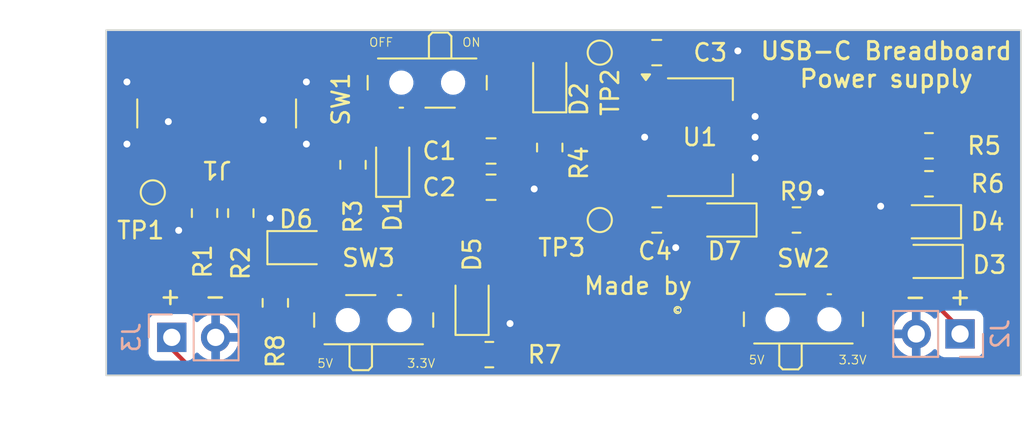
<source format=kicad_pcb>
(kicad_pcb (version 20221018) (generator pcbnew)
  (layers (0 "F.Cu" signal) (31 "B.Cu" power) (34 "B.Paste" user) (35 "F.Paste" user) (36 "B.SilkS" user "B.Silkscreen") (37 "F.SilkS" user "F.Silkscreen") (38 "B.Mask" user) (39 "F.Mask" user) (44 "Edge.Cuts" user))
  (net 0 "")
  (net 1 "+5V")
  (net 2 "GND")
  (net 3 "+3.3V")
  (net 4 "/PWRLED_RES")
  (net 5 "/VBUS_OUT")
  (net 6 "/5VLED_RES")
  (net 7 "/3.3LED_RES_1")
  (net 8 "/5LED_RES_1")
  (net 9 "/3.3LED_RES")
  (net 10 "/5LED_RES")
  (net 11 "/CC1_RES")
  (net 12 "/CC2_RES")
  (net 13 "/VOUT_1")
  (net 14 "/VOUT")
  (net 15 "/3.3LED_Reg")
  (footprint "Button_Switch_SMD:SW_SPDT_PCM12" (layer "F.Cu") (at 115.5 86.47)
    (fp_text reference "SW3" (at -0.3 -3.27) (layer "F.SilkS"))
    (fp_text value "SW_SPDT")
    (fp_line (start -3.45 -0.07) (end -3.45 0.72) (stroke (width 0.12)) (layer "F.SilkS"))
    (fp_line (start -2.85 1.73) (end 2.85 1.73) (stroke (width 0.12)) (layer "F.SilkS"))
    (fp_line (start -1.6 -1.12) (end 0.1 -1.12) (stroke (width 0.12)) (layer "F.SilkS"))
    (fp_line (start -1.4 1.73) (end -1.4 3.02) (stroke (width 0.12)) (layer "F.SilkS"))
    (fp_line (start -1.4 3.02) (end -1.2 3.23) (stroke (width 0.12)) (layer "F.SilkS"))
    (fp_line (start -1.2 3.23) (end -0.3 3.23) (stroke (width 0.12)) (layer "F.SilkS"))
    (fp_line (start -0.1 3.02) (end -0.3 3.23) (stroke (width 0.12)) (layer "F.SilkS"))
    (fp_line (start -0.1 3.02) (end -0.1 1.73) (stroke (width 0.12)) (layer "F.SilkS"))
    (fp_line (start 1.4 -1.12) (end 1.6 -1.12) (stroke (width 0.12)) (layer "F.SilkS"))
    (fp_line (start 3.45 0.72) (end 3.45 -0.07) (stroke (width 0.12)) (layer "F.SilkS"))
    (pad "" smd rect (at -3.65 -0.78) (size 1 0.8) (layers "F.Cu" "F.Paste" "F.Mask"))
    (pad "" smd rect (at -3.65 1.43) (size 1 0.8) (layers "F.Cu" "F.Paste" "F.Mask"))
    (pad "" np_thru_hole circle (at -1.5 0.33) (size 0.9 0.9) (drill 0.9) (layers "*.Cu" "*.Mask"))
    (pad "" np_thru_hole circle (at 1.5 0.33) (size 0.9 0.9) (drill 0.9) (layers "*.Cu" "*.Mask"))
    (pad "" smd rect (at 3.65 -0.78) (size 1 0.8) (layers "F.Cu" "F.Paste" "F.Mask"))
    (pad "" smd rect (at 3.65 1.43) (size 1 0.8) (layers "F.Cu" "F.Paste" "F.Mask"))
    (pad "1" smd rect (at -2.25 -1.43) (size 0.7 1.5) (layers "F.Cu" "F.Paste" "F.Mask") (net 1 "+5V"))
    (pad "2" smd rect (at 0.75 -1.43) (size 0.7 1.5) (layers "F.Cu" "F.Paste" "F.Mask") (net 14 "/VOUT"))
    (pad "3" smd rect (at 2.25 -1.43) (size 0.7 1.5) (layers "F.Cu" "F.Paste" "F.Mask") (net 3 "+3.3V"))
  )
  (footprint "Resistor_SMD:R_0805_2012Metric_Pad1.20x1.40mm_HandSolder" (layer "F.Cu") (at 109.8 85.8 -90)
    (fp_text reference "R8" (at 2.8 0 90) (layer "F.SilkS"))
    (fp_text value "1K")
    (fp_line (start -0.227064 -0.735) (end 0.227064 -0.735) (stroke (width 0.12)) (layer "F.SilkS"))
    (fp_line (start -0.227064 0.735) (end 0.227064 0.735) (stroke (width 0.12)) (layer "F.SilkS"))
    (pad "1" smd roundrect (at -1 0 270) (size 1.2 1.4) (layers "F.Cu" "F.Paste" "F.Mask") (roundrect_rratio 0.208333) (net 10 "/5LED_RES"))
    (pad "2" smd roundrect (at 1 0 270) (size 1.2 1.4) (layers "F.Cu" "F.Paste" "F.Mask") (roundrect_rratio 0.208333) (net 2 "GND"))
  )
  (footprint "Resistor_SMD:R_0805_2012Metric_Pad1.20x1.40mm_HandSolder" (layer "F.Cu") (at 114.3 77.8 90)
    (fp_text reference "R3" (at -3 0 90) (layer "F.SilkS"))
    (fp_text value "1K")
    (fp_line (start -0.227064 -0.735) (end 0.227064 -0.735) (stroke (width 0.12)) (layer "F.SilkS"))
    (fp_line (start -0.227064 0.735) (end 0.227064 0.735) (stroke (width 0.12)) (layer "F.SilkS"))
    (pad "1" smd roundrect (at -1 0 90) (size 1.2 1.4) (layers "F.Cu" "F.Paste" "F.Mask") (roundrect_rratio 0.208333) (net 4 "/PWRLED_RES"))
    (pad "2" smd roundrect (at 1 0 90) (size 1.2 1.4) (layers "F.Cu" "F.Paste" "F.Mask") (roundrect_rratio 0.208333) (net 2 "GND"))
  )
  (footprint "Connector_USB:USB_C_Receptacle_GCT_USB4135-GF-A_6P_TopMnt_Horizontal" (layer "F.Cu") (at 106.4 73.6 180)
    (fp_text reference "J1" (at 0 -4.5 180 unlocked) (layer "F.SilkS"))
    (fp_text value "USB_C_Receptacle_PowerOnly_6P")
    (fp_line (start -4.6 -2.04) (end -4.6 -0.41) (stroke (width 0.12)) (layer "F.SilkS"))
    (fp_line (start 4.6 -2.04) (end 4.6 -0.41) (stroke (width 0.12)) (layer "F.SilkS"))
    (pad "A5" smd roundrect (at -0.5 -3.0325 180) (size 0.7 1.2) (layers "F.Cu" "F.Paste" "F.Mask") (net 11 "/CC1_RES"))
    (pad "A9" smd roundrect (at 1.52 -3.0325) (size 0.76 1.2) (layers "F.Cu" "F.Paste" "F.Mask") (net 5 "/VBUS_OUT"))
    (pad "A12" smd roundrect (at 2.75 -3.0325) (size 0.8 1.2) (layers "F.Cu" "F.Paste" "F.Mask") (net 2 "GND"))
    (pad "B5" smd roundrect (at 0.5 -3.0325) (size 0.7 1.2) (layers "F.Cu" "F.Paste" "F.Mask") (net 12 "/CC2_RES"))
    (pad "B9" smd roundrect (at -1.52 -3.0325 180) (size 0.76 1.2) (layers "F.Cu" "F.Paste" "F.Mask") (net 5 "/VBUS_OUT"))
    (pad "B12" smd roundrect (at -2.75 -3.0325 180) (size 0.8 1.2) (layers "F.Cu" "F.Paste" "F.Mask") (net 2 "GND"))
    (pad "S1" smd roundrect (at -5.125 -2.9775 180) (size 1.8 1.35) (layers "F.Cu" "F.Paste" "F.Mask") (roundrect_rratio 0.1851851852) (net 2 "GND"))
    (pad "S1" smd roundrect (at -5.125 0.6025 180) (size 1.8 1.5) (layers "F.Cu" "F.Paste" "F.Mask") (roundrect_rratio 0.1666666667) (net 2 "GND"))
    (pad "S1" smd roundrect (at 5.125 -2.9775 180) (size 1.8 1.35) (layers "F.Cu" "F.Paste" "F.Mask") (roundrect_rratio 0.1851851852) (net 2 "GND"))
    (pad "S1" smd roundrect (at 5.125 0.6025 180) (size 1.8 1.5) (layers "F.Cu" "F.Paste" "F.Mask") (roundrect_rratio 0.1666666667) (net 2 "GND"))
  )
  (footprint "Package_TO_SOT_SMD:SOT-223-3_TabPin2" (layer "F.Cu") (at 134.4 76.2)
    (fp_text reference "U1" (at 0 0) (layer "F.SilkS"))
    (fp_text value "AP7361C-33E")
    (fp_line (start -1.85 -3.41) (end 1.91 -3.41) (stroke (width 0.12)) (layer "F.SilkS"))
    (fp_line (start -1.85 3.41) (end 1.91 3.41) (stroke (width 0.12)) (layer "F.SilkS"))
    (fp_line (start 1.91 -3.41) (end 1.91 -2.15) (stroke (width 0.12)) (layer "F.SilkS"))
    (fp_line (start 1.91 3.41) (end 1.91 2.15) (stroke (width 0.12)) (layer "F.SilkS"))
    (fp_poly (pts (xy -3.13 -3.31) (xy -3.37 -3.64) (xy -2.89 -3.64) (xy -3.13 -3.31)) (stroke (width 0.12)) (fill solid) (layer "F.SilkS"))
    (pad "1" smd roundrect (at -3.15 -2.3) (size 2 1.5) (layers "F.Cu" "F.Paste" "F.Mask") (net 1 "+5V"))
    (pad "2" smd roundrect (at -3.15 0) (size 2 1.5) (layers "F.Cu" "F.Paste" "F.Mask") (net 2 "GND"))
    (pad "2" smd roundrect (at 3.15 0) (size 2 3.8) (layers "F.Cu" "F.Paste" "F.Mask") (net 2 "GND"))
    (pad "3" smd roundrect (at -3.15 2.3) (size 2 1.5) (layers "F.Cu" "F.Paste" "F.Mask") (net 3 "+3.3V"))
  )
  (footprint "Capacitor_SMD:C_0805_2012Metric_Pad1.18x1.45mm_HandSolder" (layer "F.Cu") (at 131.9 71.3)
    (fp_text reference "C3" (at 3.1 0) (layer "F.SilkS"))
    (fp_text value "1uF")
    (fp_line (start -0.261252 -0.735) (end 0.261252 -0.735) (stroke (width 0.12)) (layer "F.SilkS"))
    (fp_line (start -0.261252 0.735) (end 0.261252 0.735) (stroke (width 0.12)) (layer "F.SilkS"))
    (pad "1" smd roundrect (at -1.0375 0) (size 1.175 1.45) (layers "F.Cu" "F.Paste" "F.Mask") (roundrect_rratio 0.212766) (net 1 "+5V"))
    (pad "2" smd roundrect (at 1.0375 0) (size 1.175 1.45) (layers "F.Cu" "F.Paste" "F.Mask") (roundrect_rratio 0.212766) (net 2 "GND"))
  )
  (footprint "Resistor_SMD:R_0805_2012Metric_Pad1.20x1.40mm_HandSolder" (layer "F.Cu") (at 122.2 88.8)
    (fp_text reference "R7" (at 3.2 0) (layer "F.SilkS"))
    (fp_text value "100")
    (fp_line (start -0.227064 -0.735) (end 0.227064 -0.735) (stroke (width 0.12)) (layer "F.SilkS"))
    (fp_line (start -0.227064 0.735) (end 0.227064 0.735) (stroke (width 0.12)) (layer "F.SilkS"))
    (pad "1" smd roundrect (at -1 0) (size 1.2 1.4) (layers "F.Cu" "F.Paste" "F.Mask") (roundrect_rratio 0.208333) (net 9 "/3.3LED_RES"))
    (pad "2" smd roundrect (at 1 0) (size 1.2 1.4) (layers "F.Cu" "F.Paste" "F.Mask") (roundrect_rratio 0.208333) (net 2 "GND"))
  )
  (footprint "LED_SMD:LED_0805_2012Metric_Pad1.15x1.40mm_HandSolder" (layer "F.Cu") (at 111.2 82.6)
    (fp_text reference "D6" (at -0.2 -1.65) (layer "F.SilkS"))
    (fp_text value "5V OUTPUT")
    (fp_line (start -1.86 -0.96) (end -1.86 0.96) (stroke (width 0.12)) (layer "F.SilkS"))
    (fp_line (start -1.86 0.96) (end 1 0.96) (stroke (width 0.12)) (layer "F.SilkS"))
    (fp_line (start 1 -0.96) (end -1.86 -0.96) (stroke (width 0.12)) (layer "F.SilkS"))
    (pad "1" smd roundrect (at -1.025 0) (size 1.15 1.4) (layers "F.Cu" "F.Paste" "F.Mask") (roundrect_rratio 0.217391) (net 10 "/5LED_RES"))
    (pad "2" smd roundrect (at 1.025 0) (size 1.15 1.4) (layers "F.Cu" "F.Paste" "F.Mask") (roundrect_rratio 0.217391) (net 1 "+5V"))
  )
  (footprint "LED_SMD:LED_0805_2012Metric_Pad1.15x1.40mm_HandSolder" (layer "F.Cu") (at 147.675 81.1 180)
    (fp_text reference "D4" (at -3.4 0) (layer "F.SilkS"))
    (fp_text value "5V OUTPUT")
    (fp_line (start -1.86 -0.96) (end -1.86 0.96) (stroke (width 0.12)) (layer "F.SilkS"))
    (fp_line (start -1.86 0.96) (end 1 0.96) (stroke (width 0.12)) (layer "F.SilkS"))
    (fp_line (start 1 -0.96) (end -1.86 -0.96) (stroke (width 0.12)) (layer "F.SilkS"))
    (pad "1" smd roundrect (at -1.025 0 180) (size 1.15 1.4) (layers "F.Cu" "F.Paste" "F.Mask") (roundrect_rratio 0.217391) (net 8 "/5LED_RES_1"))
    (pad "2" smd roundrect (at 1.025 0 180) (size 1.15 1.4) (layers "F.Cu" "F.Paste" "F.Mask") (roundrect_rratio 0.217391) (net 1 "+5V"))
  )
  (footprint "LED_SMD:LED_0805_2012Metric_Pad1.15x1.40mm_HandSolder" (layer "F.Cu") (at 135.825 81 180)
    (fp_text reference "D7" (at 0 -1.8) (layer "F.SilkS"))
    (fp_text value "3.3V OUTPUT")
    (fp_line (start -1.86 -0.96) (end -1.86 0.96) (stroke (width 0.12)) (layer "F.SilkS"))
    (fp_line (start -1.86 0.96) (end 1 0.96) (stroke (width 0.12)) (layer "F.SilkS"))
    (fp_line (start 1 -0.96) (end -1.86 -0.96) (stroke (width 0.12)) (layer "F.SilkS"))
    (pad "1" smd roundrect (at -1.025 0 180) (size 1.15 1.4) (layers "F.Cu" "F.Paste" "F.Mask") (roundrect_rratio 0.217391) (net 15 "/3.3LED_Reg"))
    (pad "2" smd roundrect (at 1.025 0 180) (size 1.15 1.4) (layers "F.Cu" "F.Paste" "F.Mask") (roundrect_rratio 0.217391) (net 3 "+3.3V"))
  )
  (footprint "LED_SMD:LED_0805_2012Metric_Pad1.15x1.40mm_HandSolder" (layer "F.Cu") (at 121.2 85.8 90)
    (fp_text reference "D5" (at 2.8 0 90) (layer "F.SilkS"))
    (fp_text value "3.3V OUTPUT")
    (fp_line (start -1.86 -0.96) (end -1.86 0.96) (stroke (width 0.12)) (layer "F.SilkS"))
    (fp_line (start -1.86 0.96) (end 1 0.96) (stroke (width 0.12)) (layer "F.SilkS"))
    (fp_line (start 1 -0.96) (end -1.86 -0.96) (stroke (width 0.12)) (layer "F.SilkS"))
    (pad "1" smd roundrect (at -1.025 0 90) (size 1.15 1.4) (layers "F.Cu" "F.Paste" "F.Mask") (roundrect_rratio 0.217391) (net 9 "/3.3LED_RES"))
    (pad "2" smd roundrect (at 1.025 0 90) (size 1.15 1.4) (layers "F.Cu" "F.Paste" "F.Mask") (roundrect_rratio 0.217391) (net 3 "+3.3V"))
  )
  (footprint "Button_Switch_SMD:SW_SPDT_PCM12" (layer "F.Cu") (at 140.4 86.425)
    (fp_text reference "SW2" (at 0 -3.2) (layer "F.SilkS"))
    (fp_text value "SW_SPDT")
    (fp_line (start -3.45 -0.07) (end -3.45 0.72) (stroke (width 0.12)) (layer "F.SilkS"))
    (fp_line (start -2.85 1.73) (end 2.85 1.73) (stroke (width 0.12)) (layer "F.SilkS"))
    (fp_line (start -1.6 -1.12) (end 0.1 -1.12) (stroke (width 0.12)) (layer "F.SilkS"))
    (fp_line (start -1.4 1.73) (end -1.4 3.02) (stroke (width 0.12)) (layer "F.SilkS"))
    (fp_line (start -1.4 3.02) (end -1.2 3.23) (stroke (width 0.12)) (layer "F.SilkS"))
    (fp_line (start -1.2 3.23) (end -0.3 3.23) (stroke (width 0.12)) (layer "F.SilkS"))
    (fp_line (start -0.1 3.02) (end -0.3 3.23) (stroke (width 0.12)) (layer "F.SilkS"))
    (fp_line (start -0.1 3.02) (end -0.1 1.73) (stroke (width 0.12)) (layer "F.SilkS"))
    (fp_line (start 1.4 -1.12) (end 1.6 -1.12) (stroke (width 0.12)) (layer "F.SilkS"))
    (fp_line (start 3.45 0.72) (end 3.45 -0.07) (stroke (width 0.12)) (layer "F.SilkS"))
    (pad "" smd rect (at -3.65 -0.78) (size 1 0.8) (layers "F.Cu" "F.Paste" "F.Mask"))
    (pad "" smd rect (at -3.65 1.43) (size 1 0.8) (layers "F.Cu" "F.Paste" "F.Mask"))
    (pad "" np_thru_hole circle (at -1.5 0.33) (size 0.9 0.9) (drill 0.9) (layers "*.Cu" "*.Mask"))
    (pad "" np_thru_hole circle (at 1.5 0.33) (size 0.9 0.9) (drill 0.9) (layers "*.Cu" "*.Mask"))
    (pad "" smd rect (at 3.65 -0.78) (size 1 0.8) (layers "F.Cu" "F.Paste" "F.Mask"))
    (pad "" smd rect (at 3.65 1.43) (size 1 0.8) (layers "F.Cu" "F.Paste" "F.Mask"))
    (pad "1" smd rect (at -2.25 -1.43) (size 0.7 1.5) (layers "F.Cu" "F.Paste" "F.Mask") (net 1 "+5V"))
    (pad "2" smd rect (at 0.75 -1.43) (size 0.7 1.5) (layers "F.Cu" "F.Paste" "F.Mask") (net 13 "/VOUT_1"))
    (pad "3" smd rect (at 2.25 -1.43) (size 0.7 1.5) (layers "F.Cu" "F.Paste" "F.Mask") (net 3 "+3.3V"))
  )
  (footprint "Resistor_SMD:R_0805_2012Metric_Pad1.20x1.40mm_HandSolder" (layer "F.Cu") (at 140 81)
    (fp_text reference "R9" (at 0 -1.65) (layer "F.SilkS"))
    (fp_text value "1K")
    (fp_line (start -0.227064 -0.735) (end 0.227064 -0.735) (stroke (width 0.12)) (layer "F.SilkS"))
    (fp_line (start -0.227064 0.735) (end 0.227064 0.735) (stroke (width 0.12)) (layer "F.SilkS"))
    (pad "1" smd roundrect (at -1 0) (size 1.2 1.4) (layers "F.Cu" "F.Paste" "F.Mask") (roundrect_rratio 0.208333) (net 15 "/3.3LED_Reg"))
    (pad "2" smd roundrect (at 1 0) (size 1.2 1.4) (layers "F.Cu" "F.Paste" "F.Mask") (roundrect_rratio 0.208333) (net 2 "GND"))
  )
  (footprint "Resistor_SMD:R_0805_2012Metric_Pad1.20x1.40mm_HandSolder" (layer "F.Cu") (at 147.675 78.9 180)
    (fp_text reference "R6" (at -3.4 0) (layer "F.SilkS"))
    (fp_text value "1K")
    (fp_line (start -0.227064 -0.735) (end 0.227064 -0.735) (stroke (width 0.12)) (layer "F.SilkS"))
    (fp_line (start -0.227064 0.735) (end 0.227064 0.735) (stroke (width 0.12)) (layer "F.SilkS"))
    (pad "1" smd roundrect (at -1 0 180) (size 1.2 1.4) (layers "F.Cu" "F.Paste" "F.Mask") (roundrect_rratio 0.208333) (net 8 "/5LED_RES_1"))
    (pad "2" smd roundrect (at 1 0 180) (size 1.2 1.4) (layers "F.Cu" "F.Paste" "F.Mask") (roundrect_rratio 0.208333) (net 2 "GND"))
  )
  (footprint "Capacitor_SMD:C_0805_2012Metric_Pad1.18x1.45mm_HandSolder" (layer "F.Cu") (at 122.3 77)
    (fp_text reference "C1" (at -3 0) (layer "F.SilkS"))
    (fp_text value "1uF")
    (fp_line (start -0.261252 -0.735) (end 0.261252 -0.735) (stroke (width 0.12)) (layer "F.SilkS"))
    (fp_line (start -0.261252 0.735) (end 0.261252 0.735) (stroke (width 0.12)) (layer "F.SilkS"))
    (pad "1" smd roundrect (at -1.0375 0) (size 1.175 1.45) (layers "F.Cu" "F.Paste" "F.Mask") (roundrect_rratio 0.212766) (net 1 "+5V"))
    (pad "2" smd roundrect (at 1.0375 0) (size 1.175 1.45) (layers "F.Cu" "F.Paste" "F.Mask") (roundrect_rratio 0.212766) (net 2 "GND"))
  )
  (footprint "LED_SMD:LED_0805_2012Metric_Pad1.15x1.40mm_HandSolder" (layer "F.Cu") (at 116.6 77.8 90)
    (fp_text reference "D1" (at -2.9 0 90) (layer "F.SilkS"))
    (fp_text value "PWR CONNECTED")
    (fp_line (start -1.86 -0.96) (end -1.86 0.96) (stroke (width 0.12)) (layer "F.SilkS"))
    (fp_line (start -1.86 0.96) (end 1 0.96) (stroke (width 0.12)) (layer "F.SilkS"))
    (fp_line (start 1 -0.96) (end -1.86 -0.96) (stroke (width 0.12)) (layer "F.SilkS"))
    (pad "1" smd roundrect (at -1.025 0 90) (size 1.15 1.4) (layers "F.Cu" "F.Paste" "F.Mask") (roundrect_rratio 0.217391) (net 4 "/PWRLED_RES"))
    (pad "2" smd roundrect (at 1.025 0 90) (size 1.15 1.4) (layers "F.Cu" "F.Paste" "F.Mask") (roundrect_rratio 0.217391) (net 5 "/VBUS_OUT"))
  )
  (footprint "Resistor_SMD:R_0805_2012Metric_Pad1.20x1.40mm_HandSolder" (layer "F.Cu") (at 147.675 76.7 180)
    (fp_text reference "R5" (at -3.2 0) (layer "F.SilkS"))
    (fp_text value "100")
    (fp_line (start -0.227064 -0.735) (end 0.227064 -0.735) (stroke (width 0.12)) (layer "F.SilkS"))
    (fp_line (start -0.227064 0.735) (end 0.227064 0.735) (stroke (width 0.12)) (layer "F.SilkS"))
    (pad "1" smd roundrect (at -1 0 180) (size 1.2 1.4) (layers "F.Cu" "F.Paste" "F.Mask") (roundrect_rratio 0.208333) (net 7 "/3.3LED_RES_1"))
    (pad "2" smd roundrect (at 1 0 180) (size 1.2 1.4) (layers "F.Cu" "F.Paste" "F.Mask") (roundrect_rratio 0.208333) (net 2 "GND"))
  )
  (footprint "LED_SMD:LED_0805_2012Metric_Pad1.15x1.40mm_HandSolder" (layer "F.Cu") (at 125.7 72.9 90)
    (fp_text reference "D2" (at -1.1 1.7 90) (layer "F.SilkS"))
    (fp_text value "5V OUTPUT")
    (fp_line (start -1.86 -0.96) (end -1.86 0.96) (stroke (width 0.12)) (layer "F.SilkS"))
    (fp_line (start -1.86 0.96) (end 1 0.96) (stroke (width 0.12)) (layer "F.SilkS"))
    (fp_line (start 1 -0.96) (end -1.86 -0.96) (stroke (width 0.12)) (layer "F.SilkS"))
    (pad "1" smd roundrect (at -1.025 0 90) (size 1.15 1.4) (layers "F.Cu" "F.Paste" "F.Mask") (roundrect_rratio 0.217391) (net 6 "/5VLED_RES"))
    (pad "2" smd roundrect (at 1.025 0 90) (size 1.15 1.4) (layers "F.Cu" "F.Paste" "F.Mask") (roundrect_rratio 0.217391) (net 1 "+5V"))
  )
  (footprint "Resistor_SMD:R_0805_2012Metric_Pad1.20x1.40mm_HandSolder" (layer "F.Cu") (at 107.8 80.6 -90)
    (fp_text reference "R2" (at 2.9 0 90) (layer "F.SilkS"))
    (fp_text value "5K1")
    (fp_line (start -0.227064 -0.735) (end 0.227064 -0.735) (stroke (width 0.12)) (layer "F.SilkS"))
    (fp_line (start -0.227064 0.735) (end 0.227064 0.735) (stroke (width 0.12)) (layer "F.SilkS"))
    (pad "1" smd roundrect (at -1 0 270) (size 1.2 1.4) (layers "F.Cu" "F.Paste" "F.Mask") (roundrect_rratio 0.208333) (net 11 "/CC1_RES"))
    (pad "2" smd roundrect (at 1 0 270) (size 1.2 1.4) (layers "F.Cu" "F.Paste" "F.Mask") (roundrect_rratio 0.208333) (net 2 "GND"))
  )
  (footprint "Capacitor_SMD:C_0805_2012Metric_Pad1.18x1.45mm_HandSolder" (layer "F.Cu") (at 131.9 81)
    (fp_text reference "C4" (at -0.1 1.8) (layer "F.SilkS"))
    (fp_text value "1uF")
    (fp_line (start -0.261252 -0.735) (end 0.261252 -0.735) (stroke (width 0.12)) (layer "F.SilkS"))
    (fp_line (start -0.261252 0.735) (end 0.261252 0.735) (stroke (width 0.12)) (layer "F.SilkS"))
    (pad "1" smd roundrect (at -1.0375 0) (size 1.175 1.45) (layers "F.Cu" "F.Paste" "F.Mask") (roundrect_rratio 0.212766) (net 3 "+3.3V"))
    (pad "2" smd roundrect (at 1.0375 0) (size 1.175 1.45) (layers "F.Cu" "F.Paste" "F.Mask") (roundrect_rratio 0.212766) (net 2 "GND"))
  )
  (footprint "Resistor_SMD:R_0805_2012Metric_Pad1.20x1.40mm_HandSolder" (layer "F.Cu") (at 125.7 76.8 -90)
    (fp_text reference "R4" (at 0.9 -1.7 90) (layer "F.SilkS"))
    (fp_text value "100")
    (fp_line (start -0.227064 -0.735) (end 0.227064 -0.735) (stroke (width 0.12)) (layer "F.SilkS"))
    (fp_line (start -0.227064 0.735) (end 0.227064 0.735) (stroke (width 0.12)) (layer "F.SilkS"))
    (pad "1" smd roundrect (at -1 0 270) (size 1.2 1.4) (layers "F.Cu" "F.Paste" "F.Mask") (roundrect_rratio 0.208333) (net 6 "/5VLED_RES"))
    (pad "2" smd roundrect (at 1 0 270) (size 1.2 1.4) (layers "F.Cu" "F.Paste" "F.Mask") (roundrect_rratio 0.208333) (net 2 "GND"))
  )
  (footprint "Resistor_SMD:R_0805_2012Metric_Pad1.20x1.40mm_HandSolder" (layer "F.Cu") (at 105.7 80.6 -90)
    (fp_text reference "R1" (at 2.8 0.1 90) (layer "F.SilkS"))
    (fp_text value "5K1")
    (fp_line (start -0.227064 -0.735) (end 0.227064 -0.735) (stroke (width 0.12)) (layer "F.SilkS"))
    (fp_line (start -0.227064 0.735) (end 0.227064 0.735) (stroke (width 0.12)) (layer "F.SilkS"))
    (pad "1" smd roundrect (at -1 0 270) (size 1.2 1.4) (layers "F.Cu" "F.Paste" "F.Mask") (roundrect_rratio 0.208333) (net 12 "/CC2_RES"))
    (pad "2" smd roundrect (at 1 0 270) (size 1.2 1.4) (layers "F.Cu" "F.Paste" "F.Mask") (roundrect_rratio 0.208333) (net 2 "GND"))
  )
  (footprint "TestPoint:TestPoint_Pad_D1.0mm" (layer "F.Cu") (at 102.7 79.4)
    (fp_text reference "TP1" (at -0.7 2.2) (layer "F.SilkS"))
    (fp_text value "TestPoint")
    (fp_circle (center 0 0) (end 0 0.7) (stroke (width 0.12)) (fill none) (layer "F.SilkS"))
    (pad "1" smd circle (at 0 0) (size 1 1) (layers "F.Cu" "F.Mask") (net 5 "/VBUS_OUT"))
  )
  (footprint "Button_Switch_SMD:SW_SPDT_PCM12" (layer "F.Cu") (at 118.6 73.37 180)
    (fp_text reference "SW1" (at 5 -0.63 90) (layer "F.SilkS"))
    (fp_text value "SW_SPDT")
    (fp_line (start -3.45 -0.07) (end -3.45 0.72) (stroke (width 0.12)) (layer "F.SilkS"))
    (fp_line (start -2.85 1.73) (end 2.85 1.73) (stroke (width 0.12)) (layer "F.SilkS"))
    (fp_line (start -1.6 -1.12) (end 0.1 -1.12) (stroke (width 0.12)) (layer "F.SilkS"))
    (fp_line (start -1.4 1.73) (end -1.4 3.02) (stroke (width 0.12)) (layer "F.SilkS"))
    (fp_line (start -1.4 3.02) (end -1.2 3.23) (stroke (width 0.12)) (layer "F.SilkS"))
    (fp_line (start -1.2 3.23) (end -0.3 3.23) (stroke (width 0.12)) (layer "F.SilkS"))
    (fp_line (start -0.1 3.02) (end -0.3 3.23) (stroke (width 0.12)) (layer "F.SilkS"))
    (fp_line (start -0.1 3.02) (end -0.1 1.73) (stroke (width 0.12)) (layer "F.SilkS"))
    (fp_line (start 1.4 -1.12) (end 1.6 -1.12) (stroke (width 0.12)) (layer "F.SilkS"))
    (fp_line (start 3.45 0.72) (end 3.45 -0.07) (stroke (width 0.12)) (layer "F.SilkS"))
    (pad "" smd rect (at -3.65 -0.78 180) (size 1 0.8) (layers "F.Cu" "F.Paste" "F.Mask"))
    (pad "" smd rect (at -3.65 1.43 180) (size 1 0.8) (layers "F.Cu" "F.Paste" "F.Mask"))
    (pad "" np_thru_hole circle (at -1.5 0.33 180) (size 0.9 0.9) (drill 0.9) (layers "*.Cu" "*.Mask"))
    (pad "" np_thru_hole circle (at 1.5 0.33 180) (size 0.9 0.9) (drill 0.9) (layers "*.Cu" "*.Mask"))
    (pad "" smd rect (at 3.65 -0.78 180) (size 1 0.8) (layers "F.Cu" "F.Paste" "F.Mask"))
    (pad "" smd rect (at 3.65 1.43 180) (size 1 0.8) (layers "F.Cu" "F.Paste" "F.Mask"))
    (pad "1" smd rect (at -2.25 -1.43 180) (size 0.7 1.5) (layers "F.Cu" "F.Paste" "F.Mask") (net 5 "/VBUS_OUT"))
    (pad "2" smd rect (at 0.75 -1.43 180) (size 0.7 1.5) (layers "F.Cu" "F.Paste" "F.Mask") (net 1 "+5V"))
    (pad "3" smd rect (at 2.25 -1.43 180) (size 0.7 1.5) (layers "F.Cu" "F.Paste" "F.Mask") (net 2 "GND"))
  )
  (footprint "TestPoint:TestPoint_Pad_D1.0mm" (layer "F.Cu") (at 128.6 81)
    (fp_text reference "TP3" (at -2.2 1.6) (layer "F.SilkS"))
    (fp_text value "TestPoint")
    (fp_circle (center 0 0) (end 0 0.7) (stroke (width 0.12)) (fill none) (layer "F.SilkS"))
    (pad "1" smd circle (at 0 0) (size 1 1) (layers "F.Cu" "F.Mask") (net 3 "+3.3V"))
  )
  (footprint "LED_SMD:LED_0805_2012Metric_Pad1.15x1.40mm_HandSolder" (layer "F.Cu") (at 147.775 83.4 180)
    (fp_text reference "D3" (at -3.4 -0.2) (layer "F.SilkS"))
    (fp_text value "3.3V OUTPUT")
    (fp_line (start -1.86 -0.96) (end -1.86 0.96) (stroke (width 0.12)) (layer "F.SilkS"))
    (fp_line (start -1.86 0.96) (end 1 0.96) (stroke (width 0.12)) (layer "F.SilkS"))
    (fp_line (start 1 -0.96) (end -1.86 -0.96) (stroke (width 0.12)) (layer "F.SilkS"))
    (pad "1" smd roundrect (at -1.025 0 180) (size 1.15 1.4) (layers "F.Cu" "F.Paste" "F.Mask") (roundrect_rratio 0.217391) (net 7 "/3.3LED_RES_1"))
    (pad "2" smd roundrect (at 1.025 0 180) (size 1.15 1.4) (layers "F.Cu" "F.Paste" "F.Mask") (roundrect_rratio 0.217391) (net 3 "+3.3V"))
  )
  (footprint "LOGO" (layer "F.Cu") (at 130.8 87.4)
    (fp_text reference "G***" hide)
    (fp_text value "LOGO" hide)
  )
  (footprint "Capacitor_SMD:C_0805_2012Metric_Pad1.18x1.45mm_HandSolder" (layer "F.Cu") (at 122.3 79.1)
    (fp_text reference "C2" (at -3 0) (layer "F.SilkS"))
    (fp_text value "100n")
    (fp_line (start -0.261252 -0.735) (end 0.261252 -0.735) (stroke (width 0.12)) (layer "F.SilkS"))
    (fp_line (start -0.261252 0.735) (end 0.261252 0.735) (stroke (width 0.12)) (layer "F.SilkS"))
    (pad "1" smd roundrect (at -1.0375 0) (size 1.175 1.45) (layers "F.Cu" "F.Paste" "F.Mask") (roundrect_rratio 0.212766) (net 1 "+5V"))
    (pad "2" smd roundrect (at 1.0375 0) (size 1.175 1.45) (layers "F.Cu" "F.Paste" "F.Mask") (roundrect_rratio 0.212766) (net 2 "GND"))
  )
  (footprint "TestPoint:TestPoint_Pad_D1.0mm" (layer "F.Cu") (at 128.6 71.3)
    (fp_text reference "TP2" (at 0.6 2.3 90) (layer "F.SilkS"))
    (fp_text value "TestPoint")
    (fp_circle (center 0 0) (end 0 0.7) (stroke (width 0.12)) (fill none) (layer "F.SilkS"))
    (pad "1" smd circle (at 0 0) (size 1 1) (layers "F.Cu" "F.Mask") (net 1 "+5V"))
  )
  (footprint "Connector_PinHeader_2.54mm:PinHeader_1x02_P2.54mm_Vertical" (layer "B.Cu") (at 149.475 87.6 90)
    (fp_text reference "J2" (at 0 2.33 90) (layer "B.SilkS") (effects (justify mirror)))
    (fp_text value "Conn_01x02_Pin")
    (fp_line (start -1.33 -3.87) (end 1.33 -3.87) (stroke (width 0.12)) (layer "B.SilkS"))
    (fp_line (start -1.33 -1.27) (end -1.33 -3.87) (stroke (width 0.12)) (layer "B.SilkS"))
    (fp_line (start -1.33 -1.27) (end 1.33 -1.27) (stroke (width 0.12)) (layer "B.SilkS"))
    (fp_line (start -1.33 0) (end -1.33 1.33) (stroke (width 0.12)) (layer "B.SilkS"))
    (fp_line (start -1.33 1.33) (end 0 1.33) (stroke (width 0.12)) (layer "B.SilkS"))
    (fp_line (start 1.33 -1.27) (end 1.33 -3.87) (stroke (width 0.12)) (layer "B.SilkS"))
    (pad "1" thru_hole rect (at 0 0 90) (size 1.7 1.7) (drill 1) (layers "*.Cu" "*.Mask") (net 13 "/VOUT_1"))
    (pad "2" thru_hole oval (at 0 -2.54 90) (size 1.7 1.7) (drill 1) (layers "*.Cu" "*.Mask") (net 2 "GND"))
  )
  (footprint "Connector_PinHeader_2.54mm:PinHeader_1x02_P2.54mm_Vertical" (layer "B.Cu") (at 103.8 87.8 -90)
    (fp_text reference "J3" (at 0 2.33 90) (layer "B.SilkS") (effects (justify mirror)))
    (fp_text value "Conn_01x02_Pin")
    (fp_line (start -1.33 -3.87) (end 1.33 -3.87) (stroke (width 0.12)) (layer "B.SilkS"))
    (fp_line (start -1.33 -1.27) (end -1.33 -3.87) (stroke (width 0.12)) (layer "B.SilkS"))
    (fp_line (start -1.33 -1.27) (end 1.33 -1.27) (stroke (width 0.12)) (layer "B.SilkS"))
    (fp_line (start -1.33 0) (end -1.33 1.33) (stroke (width 0.12)) (layer "B.SilkS"))
    (fp_line (start -1.33 1.33) (end 0 1.33) (stroke (width 0.12)) (layer "B.SilkS"))
    (fp_line (start 1.33 -1.27) (end 1.33 -3.87) (stroke (width 0.12)) (layer "B.SilkS"))
    (pad "1" thru_hole rect (at 0 0 270) (size 1.7 1.7) (drill 1) (layers "*.Cu" "*.Mask") (net 14 "/VOUT"))
    (pad "2" thru_hole oval (at 0 -2.54 270) (size 1.7 1.7) (drill 1) (layers "*.Cu" "*.Mask") (net 2 "GND"))
  )
  (gr_rect (start 100 70) (end 153 90) (stroke (width 0.1)) (fill none) (layer "Edge.Cuts"))
  (gr_text "+" (at 103 86) (layer "F.SilkS") (effects (font (size 1 1)) (justify left bottom)))
  (gr_text "USB-C Breadboard\nPower supply" (at 145.2 73.4) (layer "F.SilkS") (effects (font (size 1 1) (thickness 0.17)) (justify bottom)))
  (gr_text "+" (at 150.2 85 180) (layer "F.SilkS") (effects (font (size 1 1)) (justify left bottom)))
  (gr_text "ON" (at 120.6 71) (layer "F.SilkS") (effects (font (size 0.5 0.5) (thickness 0.06)) (justify left bottom)))
  (gr_text "©" (at 132.8 86.4) (layer "F.SilkS") (effects (font (size 0.3 0.3) (thickness 0.075) bold) (justify left bottom)))
  (gr_text "Made by" (at 127.6 85.4) (layer "F.SilkS") (effects (font (size 1 1)) (justify left bottom)))
  (gr_text "3.3V" (at 117.4 89.6) (layer "F.SilkS") (effects (font (size 0.5 0.5) (thickness 0.06)) (justify left bottom)))
  (gr_text "5V" (at 137.2 89.4) (layer "F.SilkS") (effects (font (size 0.5 0.5) (thickness 0.06)) (justify left bottom)))
  (gr_text "OFF" (at 115.2 71) (layer "F.SilkS") (effects (font (size 0.5 0.5) (thickness 0.06)) (justify left bottom)))
  (gr_text "5V" (at 112.2 89.6) (layer "F.SilkS") (effects (font (size 0.5 0.5) (thickness 0.06)) (justify left bottom)))
  (gr_text "3.3V" (at 142.4 89.4) (layer "F.SilkS") (effects (font (size 0.5 0.5) (thickness 0.06)) (justify left bottom)))
  (gr_text "-" (at 147.6 85 180) (layer "F.SilkS") (effects (font (size 1 1)) (justify left bottom)))
  (gr_text "-" (at 105.6 86) (layer "F.SilkS") (effects (font (size 1 1)) (justify left bottom)))
  (segment (start 147.8 84.19755) (end 147.8 82.25) (width 0.25) (layer "F.Cu") (net 1))
  (segment (start 139.595 84.995) (end 140 85.4) (width 0.25) (layer "F.Cu") (net 1))
  (segment (start 151.6 89.6) (end 152.2 89) (width 0.25) (layer "F.Cu") (net 1))
  (segment (start 121.2625 79.1) (end 121.2625 77) (width 0.25) (layer "F.Cu") (net 1))
  (segment (start 141.6 89.6) (end 151.6 89.6) (width 0.25) (layer "F.Cu") (net 1))
  (segment (start 119.3 72) (end 120.76 72) (width 0.25) (layer "F.Cu") (net 1))
  (segment (start 112.225 82.6) (end 112.225 84.015) (width 0.25) (layer "F.Cu") (net 1))
  (segment (start 124.375 73.8875) (end 124.375 73.2) (width 0.25) (layer "F.Cu") (net 1))
  (segment (start 117.85 73.45) (end 119.3 72) (width 0.25) (layer "F.Cu") (net 1))
  (segment (start 144.3 81.1) (end 146.65 81.1) (width 0.25) (layer "F.Cu") (net 1))
  (segment (start 120.76 72) (end 121.96 73.2) (width 0.25) (layer "F.Cu") (net 1))
  (segment (start 121.2625 79.1) (end 117.7625 82.6) (width 0.25) (layer "F.Cu") (net 1))
  (segment (start 140 85.4) (end 140 88) (width 0.25) (layer "F.Cu") (net 1))
  (segment (start 126.525 71.875) (end 127.1 71.3) (width 0.25) (layer "F.Cu") (net 1))
  (segment (start 139.4 76.2) (end 144.3 81.1) (width 0.25) (layer "F.Cu") (net 1))
  (segment (start 121.96 73.2) (end 124.375 73.2) (width 0.25) (layer "F.Cu") (net 1))
  (segment (start 138.7 73.9) (end 139.4 74.6) (width 0.25) (layer "F.Cu") (net 1))
  (segment (start 124.375 73.2) (end 125.7 71.875) (width 0.25) (layer "F.Cu") (net 1))
  (segment (start 130.8625 71.3) (end 130.8625 73.5125) (width 0.25) (layer "F.Cu") (net 1))
  (segment (start 121.2625 76.6875) (end 121.2625 77) (width 0.25) (layer "F.Cu") (net 1))
  (segment (start 139.4 74.6) (end 139.4 76.2) (width 0.25) (layer "F.Cu") (net 1))
  (segment (start 126.525 71.875) (end 125.7 71.875) (width 0.25) (layer "F.Cu") (net 1))
  (segment (start 125.7 71.875) (end 125.7 72.25) (width 0.25) (layer "F.Cu") (net 1))
  (segment (start 150.0299 84.6) (end 148.20245 84.6) (width 0.25) (layer "F.Cu") (net 1))
  (segment (start 148.20245 84.6) (end 147.8 84.19755) (width 0.25) (layer "F.Cu") (net 1))
  (segment (start 128.6 71.3) (end 130.8625 71.3) (width 0.25) (layer "F.Cu") (net 1))
  (segment (start 121.2625 77) (end 124.375 73.8875) (width 0.25) (layer "F.Cu") (net 1))
  (segment (start 140 88) (end 141.6 89.6) (width 0.25) (layer "F.Cu") (net 1))
  (segment (start 147.8 82.25) (end 146.65 81.1) (width 0.25) (layer "F.Cu") (net 1))
  (segment (start 112.225 84.015) (end 113.25 85.04) (width 0.25) (layer "F.Cu") (net 1))
  (segment (start 152.2 86.7701) (end 150.0299 84.6) (width 0.25) (layer "F.Cu") (net 1))
  (segment (start 117.7625 82.6) (end 112.225 82.6) (width 0.25) (layer "F.Cu") (net 1))
  (segment (start 138.15 84.995) (end 139.595 84.995) (width 0.25) (layer "F.Cu") (net 1))
  (segment (start 152.2 89) (end 152.2 86.7701) (width 0.25) (layer "F.Cu") (net 1))
  (segment (start 127.1 71.3) (end 128.6 71.3) (width 0.25) (layer "F.Cu") (net 1))
  (segment (start 117.85 74.8) (end 117.85 73.45) (width 0.25) (layer "F.Cu") (net 1))
  (segment (start 130.8625 73.5125) (end 131.25 73.9) (width 0.25) (layer "F.Cu") (net 1))
  (segment (start 131.25 73.9) (end 138.7 73.9) (width 0.25) (layer "F.Cu") (net 1))
  (segment (start 123.4 88.6) (end 123.2 88.8) (width 0.25) (layer "F.Cu") (net 2))
  (segment (start 125.7 77.8) (end 124.1375 77.8) (width 0.25) (layer "F.Cu") (net 2))
  (segment (start 114.3 76.8) (end 111.7475 76.8) (width 0.25) (layer "F.Cu") (net 2))
  (segment (start 103.6175 76.6) (end 103.65 76.6325) (width 0.25) (layer "F.Cu") (net 2))
  (segment (start 104.2 81.6) (end 105.7 81.6) (width 0.25) (layer "F.Cu") (net 2))
  (segment (start 123.3375 77) (end 123.3375 79.1) (width 0.25) (layer "F.Cu") (net 2))
  (segment (start 131.2 76.2) (end 131.25 76.2) (width 0.25) (layer "F.Cu") (net 2))
  (segment (start 107.8 81.6) (end 108.8 81.6) (width 0.25) (layer "F.Cu") (net 2))
  (segment (start 109.15 76.6325) (end 109.15 75.25) (width 0.25) (layer "F.Cu") (net 2))
  (segment (start 108.8 87.8) (end 109.8 86.8) (width 0.25) (layer "F.Cu") (net 2))
  (segment (start 124.8 78.7) (end 125.7 77.8) (width 0.25) (layer "F.Cu") (net 2))
  (segment (start 124.1375 77.8) (end 123.3375 77) (width 0.25) (layer "F.Cu") (net 2))
  (segment (start 111.7475 76.8) (end 111.525 76.5775) (width 0.25) (layer "F.Cu") (net 2))
  (segment (start 141.4 79.4) (end 141.4 80.6) (width 0.25) (layer "F.Cu") (net 2))
  (segment (start 108.8 81.6) (end 109.5 80.9) (width 0.25) (layer "F.Cu") (net 2))
  (segment (start 137.55 76.2) (end 137.6 76.2) (width 0.25) (layer "F.Cu") (net 2))
  (segment (start 144.875 80.2) (end 145.375 80.2) (width 0.25) (layer "F.Cu") (net 2))
  (segment (start 123.3375 79.1) (end 124.7 79.1) (width 0.25) (layer "F.Cu") (net 2))
  (segment (start 124.7 79.1) (end 124.8 79.2) (width 0.25) (layer "F.Cu") (net 2))
  (segment (start 105.665 87.8) (end 108.8 87.8) (width 0.25) (layer "F.Cu") (net 2))
  (segment (start 132.9375 81) (end 132.9375 82.5375) (width 0.25) (layer "F.Cu") (net 2))
  (segment (start 114.35 76.8) (end 116.35 74.8) (width 0.25) (layer "F.Cu") (net 2))
  (segment (start 141.4 80.6) (end 141 81) (width 0.25) (layer "F.Cu") (net 2))
  (segment (start 103.65 76.6325) (end 103.65 75.35) (width 0.25) (layer "F.Cu") (net 2))
  (segment (start 123.4 87) (end 123.4 88.6) (width 0.25) (layer "F.Cu") (net 2))
  (segment (start 132.9375 71.3) (end 136.5 71.3) (width 0.25) (layer "F.Cu") (net 2))
  (segment (start 111.5775 76.5775) (end 111.6 76.6) (width 0.25) (layer "F.Cu") (net 2))
  (segment (start 109.15 75.25) (end 109.1 75.2) (width 0.25) (layer "F.Cu") (net 2))
  (segment (start 136.5 71.3) (end 136.6 71.2) (width 0.25) (layer "F.Cu") (net 2))
  (segment (start 111.5675 76.6325) (end 111.6 76.6) (width 0.25) (layer "F.Cu") (net 2))
  (segment (start 116.35 74.8) (end 116.3 74.8) (width 0.25) (layer "F.Cu") (net 2))
  (segment (start 111.525 76.5775) (end 111.5775 76.5775) (width 0.25) (layer "F.Cu") (net 2))
  (segment (start 124.8 79.2) (end 124.8 78.7) (width 0.25) (layer "F.Cu") (net 2))
  (segment (start 146.675 76.7) (end 146.675 78.9) (width 0.25) (layer "F.Cu") (net 2))
  (segment (start 145.375 80.2) (end 146.675 78.9) (width 0.25) (layer "F.Cu") (net 2))
  (segment (start 103.65 75.35) (end 103.6 75.3) (width 0.25) (layer "F.Cu") (net 2))
  (segment (start 114.3 76.8) (end 114.35 76.8) (width 0.25) (layer "F.Cu") (net 2))
  (via (at 137.6 76.2) (size 0.8) (drill 0.4) (layers "F.Cu" "B.Cu") (net 2))
  (via (at 137.6 75) (size 0.8) (drill 0.4) (layers "F.Cu" "B.Cu") (net 2))
  (via (at 124.8 79.2) (size 0.8) (drill 0.4) (layers "F.Cu" "B.Cu") (net 2))
  (via (at 111.6 73) (size 0.8) (drill 0.4) (layers "F.Cu" "B.Cu") (net 2))
  (via (at 101.2 73) (size 0.8) (drill 0.4) (layers "F.Cu" "B.Cu") (net 2))
  (via (at 109.5 80.9) (size 0.8) (drill 0.4) (layers "F.Cu" "B.Cu") (net 2))
  (via (at 111.6 76.6) (size 0.8) (drill 0.4) (layers "F.Cu" "B.Cu") (net 2))
  (via (at 144.875 80.2) (size 0.8) (drill 0.4) (layers "F.Cu" "B.Cu") (net 2))
  (via (at 136.6 71.2) (size 0.8) (drill 0.4) (layers "F.Cu" "B.Cu") (net 2))
  (via (at 103.6 75.3) (size 0.8) (drill 0.4) (layers "F.Cu" "B.Cu") (net 2))
  (via (at 131.2 76.2) (size 0.8) (drill 0.4) (layers "F.Cu" "B.Cu") (net 2))
  (via (at 141.4 79.4) (size 0.8) (drill 0.4) (layers "F.Cu" "B.Cu") (net 2))
  (via (at 123.4 87) (size 0.8) (drill 0.4) (layers "F.Cu" "B.Cu") (net 2))
  (via (at 104.2 81.6) (size 0.8) (drill 0.4) (layers "F.Cu" "B.Cu") (net 2))
  (via (at 137.6 77.4) (size 0.8) (drill 0.4) (layers "F.Cu" "B.Cu") (net 2))
  (via (at 133 82.6) (size 0.8) (drill 0.4) (layers "F.Cu" "B.Cu") (net 2))
  (via (at 109.1 75.2) (size 0.8) (drill 0.4) (layers "F.Cu" "B.Cu") (net 2))
  (via (at 101.2 76.6) (size 0.8) (drill 0.4) (layers "F.Cu" "B.Cu") (net 2))
  (segment (start 117.75 85.04) (end 118.015 84.775) (width 0.25) (layer "F.Cu") (net 3))
  (segment (start 121.2 84.775) (end 121.825 84.775) (width 0.25) (layer "F.Cu") (net 3))
  (segment (start 131.25 78.5) (end 132.3 78.5) (width 0.25) (layer "F.Cu") (net 3))
  (segment (start 134.8 81) (end 137.2 83.4) (width 0.25) (layer "F.Cu") (net 3))
  (segment (start 118.015 84.775) (end 121.2 84.775) (width 0.25) (layer "F.Cu") (net 3))
  (segment (start 131.25 78.5) (end 131.25 80.6125) (width 0.25) (layer "F.Cu") (net 3))
  (segment (start 146.75 83.4) (end 146.75 83.47) (width 0.25) (layer "F.Cu") (net 3))
  (segment (start 146.2 83.4) (end 146.75 83.4) (width 0.25) (layer "F.Cu") (net 3))
  (segment (start 132.3 78.5) (end 134.8 81) (width 0.25) (layer "F.Cu") (net 3))
  (segment (start 121.825 84.775) (end 125.6 81) (width 0.25) (layer "F.Cu") (net 3))
  (segment (start 125.6 81) (end 128.6 81) (width 0.25) (layer "F.Cu") (net 3))
  (segment (start 128.6 81) (end 130.8625 81) (width 0.25) (layer "F.Cu") (net 3))
  (segment (start 142.65 84.995) (end 144.245 83.4) (width 0.25) (layer "F.Cu") (net 3))
  (segment (start 131.25 80.6125) (end 130.8625 81) (width 0.25) (layer "F.Cu") (net 3))
  (segment (start 144.245 83.4) (end 146.75 83.4) (width 0.25) (layer "F.Cu") (net 3))
  (segment (start 146.425305 83.4) (end 146.75 83.4) (width 0.25) (layer "F.Cu") (net 3))
  (segment (start 137.2 83.4) (end 144.245 83.4) (width 0.25) (layer "F.Cu") (net 3))
  (segment (start 114.3 78.8) (end 116.575 78.8) (width 0.25) (layer "F.Cu") (net 4))
  (segment (start 116.575 78.8) (end 116.6 78.825) (width 0.25) (layer "F.Cu") (net 4))
  (segment (start 118.875 76.775) (end 120.85 74.8) (width 0.25) (layer "F.Cu") (net 5))
  (segment (start 103.4 79.4) (end 104.88 77.92) (width 0.25) (layer "F.Cu") (net 5))
  (segment (start 115.575 77.8) (end 116.6 76.775) (width 0.25) (layer "F.Cu") (net 5))
  (segment (start 104.88 75.72) (end 105.2 75.4) (width 0.25) (layer "F.Cu") (net 5))
  (segment (start 105.2 75.4) (end 107.4 75.4) (width 0.25) (layer "F.Cu") (net 5))
  (segment (start 104.88 76.6325) (end 104.88 75.72) (width 0.25) (layer "F.Cu") (net 5))
  (segment (start 104.88 77.92) (end 104.88 76.6325) (width 0.25) (layer "F.Cu") (net 5))
  (segment (start 107.92 75.92) (end 107.92 76.6325) (width 0.25) (layer "F.Cu") (net 5))
  (segment (start 108.4875 77.8) (end 115.575 77.8) (width 0.25) (layer "F.Cu") (net 5))
  (segment (start 116.6 76.775) (end 118.875 76.775) (width 0.25) (layer "F.Cu") (net 5))
  (segment (start 102.7 79.4) (end 103.4 79.4) (width 0.25) (layer "F.Cu") (net 5))
  (segment (start 107.4 75.4) (end 107.92 75.92) (width 0.25) (layer "F.Cu") (net 5))
  (segment (start 107.92 76.6325) (end 107.92 77.2325) (width 0.25) (layer "F.Cu") (net 5))
  (segment (start 107.92 77.2325) (end 108.4875 77.8) (width 0.25) (layer "F.Cu") (net 5))
  (segment (start 125.7 75.8) (end 125.7 73.925) (width 0.25) (layer "F.Cu") (net 6))
  (segment (start 148.8 83.4) (end 148.8 83.175) (width 0.25) (layer "F.Cu") (net 7))
  (segment (start 149.975 83.4) (end 150.675 82.7) (width 0.25) (layer "F.Cu") (net 7))
  (segment (start 150.675 82.7) (end 150.675 77.1) (width 0.25) (layer "F.Cu") (net 7))
  (segment (start 150.675 77.1) (end 150.275 76.7) (width 0.25) (layer "F.Cu") (net 7))
  (segment (start 148.8 83.4) (end 149.975 83.4) (width 0.25) (layer "F.Cu") (net 7))
  (segment (start 150.275 76.7) (end 148.675 76.7) (width 0.25) (layer "F.Cu") (net 7))
  (segment (start 148.7 81.1) (end 148.7 78.925) (width 0.25) (layer "F.Cu") (net 8))
  (segment (start 148.7 78.925) (end 148.675 78.9) (width 0.25) (layer "F.Cu") (net 8))
  (segment (start 121.2 86.825) (end 121.2 88.8) (width 0.25) (layer "F.Cu") (net 9))
  (segment (start 109.8 84.8) (end 109.8 82.975) (width 0.25) (layer "F.Cu") (net 10))
  (segment (start 109.8 82.975) (end 110.175 82.6) (width 0.25) (layer "F.Cu") (net 10))
  (segment (start 106.9 76.6325) (end 106.9 78.7) (width 0.25) (layer "F.Cu") (net 11))
  (segment (start 106.9 78.7) (end 107.8 79.6) (width 0.25) (layer "F.Cu") (net 11))
  (segment (start 105.9 79.4) (end 105.7 79.6) (width 0.25) (layer "F.Cu") (net 12))
  (segment (start 105.9 76.6325) (end 105.9 79.4) (width 0.25) (layer "F.Cu") (net 12))
  (segment (start 141.075 85.07) (end 141.15 84.995) (width 0.25) (layer "F.Cu") (net 13))
  (segment (start 145.2 88.4375) (end 145 88.6375) (width 0.25) (layer "F.Cu") (net 13))
  (segment (start 145 88.6375) (end 142.5625 88.6375) (width 0.25) (layer "F.Cu") (net 13))
  (segment (start 141.075 87.15) (end 141.075 85.07) (width 0.25) (layer "F.Cu") (net 13))
  (segment (start 145.2 87.2) (end 145.2 88.4375) (width 0.25) (layer "F.Cu") (net 13))
  (segment (start 146.2 86.2) (end 145.2 87.2) (width 0.25) (layer "F.Cu") (net 13))
  (segment (start 148.375 86.2) (end 146.2 86.2) (width 0.25) (layer "F.Cu") (net 13))
  (segment (start 149.775 87.6) (end 148.375 86.2) (width 0.25) (layer "F.Cu") (net 13))
  (segment (start 142.5625 88.6375) (end 141.075 87.15) (width 0.25) (layer "F.Cu") (net 13))
  (segment (start 116.25 85.04) (end 116.25 86.383274) (width 0.25) (layer "F.Cu") (net 14))
  (segment (start 116.25 86.383274) (end 113.133274 89.5) (width 0.25) (layer "F.Cu") (net 14))
  (segment (start 113.133274 89.5) (end 104.825 89.5) (width 0.25) (layer "F.Cu") (net 14))
  (segment (start 104.825 89.5) (end 103.8 88.475) (width 0.25) (layer "F.Cu") (net 14))
  (segment (start 103.8 88.475) (end 103.8 87.8) (width 0.25) (layer "F.Cu") (net 14))
  (segment (start 136.85 81) (end 139 81) (width 0.25) (layer "F.Cu") (net 15))
  (zone (net 2) (net_name "GND") (layer "B.Cu") (connect_pads (clearance 0.5)) (min_thickness 0.25) (fill yes (thermal_gap 0.5) (thermal_bridge_width 0.5))
    (polygon (pts (xy 99.8 69.8) (xy 153.2 69.8) (xy 153.2 90.2) (xy 99.8 90.4)))
  )
)
</source>
